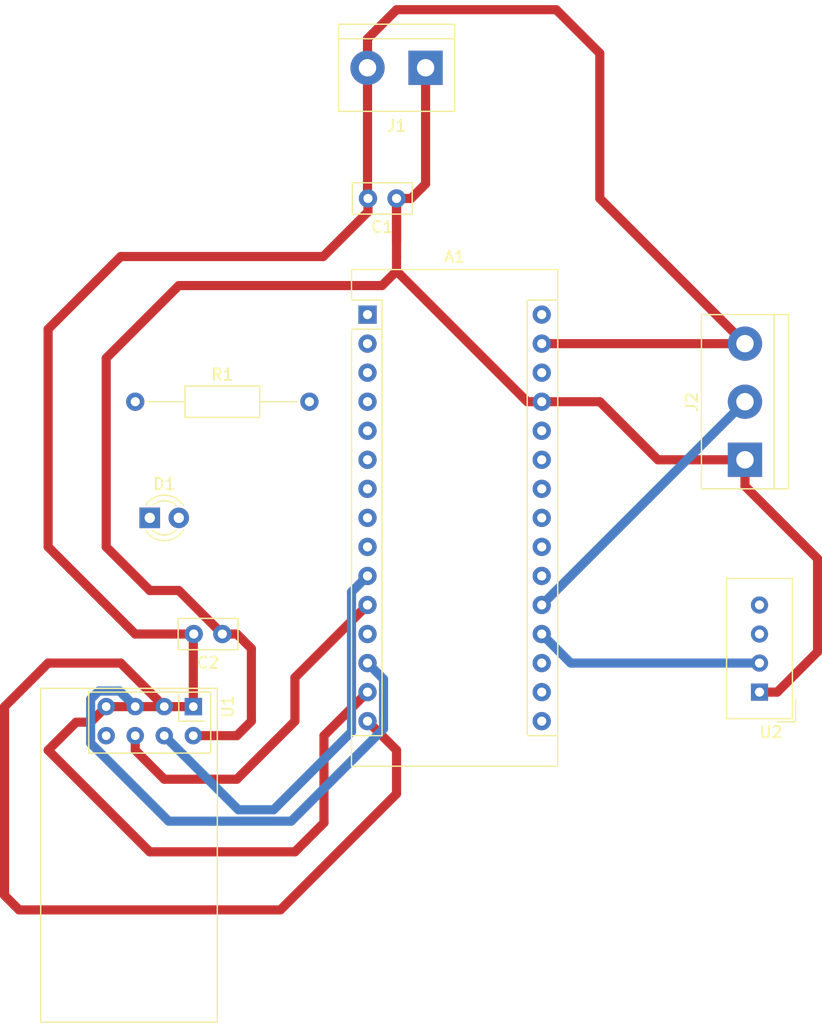
<source format=kicad_pcb>
(kicad_pcb (version 20171130) (host pcbnew "(5.1.2)-2")

  (general
    (thickness 1.6)
    (drawings 0)
    (tracks 90)
    (zones 0)
    (modules 9)
    (nets 37)
  )

  (page A4)
  (layers
    (0 F.Cu signal)
    (31 B.Cu signal)
    (32 B.Adhes user)
    (33 F.Adhes user)
    (34 B.Paste user)
    (35 F.Paste user)
    (36 B.SilkS user)
    (37 F.SilkS user)
    (38 B.Mask user)
    (39 F.Mask user)
    (40 Dwgs.User user)
    (41 Cmts.User user)
    (42 Eco1.User user)
    (43 Eco2.User user)
    (44 Edge.Cuts user)
    (45 Margin user)
    (46 B.CrtYd user)
    (47 F.CrtYd user)
    (48 B.Fab user)
    (49 F.Fab user)
  )

  (setup
    (last_trace_width 0.8)
    (user_trace_width 0.5)
    (user_trace_width 0.8)
    (user_trace_width 1)
    (trace_clearance 0.2)
    (zone_clearance 0.508)
    (zone_45_only no)
    (trace_min 0.2)
    (via_size 0.8)
    (via_drill 0.4)
    (via_min_size 0.4)
    (via_min_drill 0.3)
    (uvia_size 0.3)
    (uvia_drill 0.1)
    (uvias_allowed no)
    (uvia_min_size 0.2)
    (uvia_min_drill 0.1)
    (edge_width 0.1)
    (segment_width 0.2)
    (pcb_text_width 0.3)
    (pcb_text_size 1.5 1.5)
    (mod_edge_width 0.15)
    (mod_text_size 1 1)
    (mod_text_width 0.15)
    (pad_size 1.524 1.524)
    (pad_drill 0.762)
    (pad_to_mask_clearance 0)
    (aux_axis_origin 0 0)
    (visible_elements FFFFFF7F)
    (pcbplotparams
      (layerselection 0x010fc_ffffffff)
      (usegerberextensions false)
      (usegerberattributes false)
      (usegerberadvancedattributes false)
      (creategerberjobfile false)
      (excludeedgelayer true)
      (linewidth 0.100000)
      (plotframeref false)
      (viasonmask false)
      (mode 1)
      (useauxorigin false)
      (hpglpennumber 1)
      (hpglpenspeed 20)
      (hpglpendiameter 15.000000)
      (psnegative false)
      (psa4output false)
      (plotreference true)
      (plotvalue true)
      (plotinvisibletext false)
      (padsonsilk false)
      (subtractmaskfromsilk false)
      (outputformat 1)
      (mirror false)
      (drillshape 1)
      (scaleselection 1)
      (outputdirectory ""))
  )

  (net 0 "")
  (net 1 "Net-(A1-Pad16)")
  (net 2 "Net-(A1-Pad15)")
  (net 3 "Net-(A1-Pad30)")
  (net 4 "Net-(A1-Pad14)")
  (net 5 GND)
  (net 6 "Net-(A1-Pad13)")
  (net 7 "Net-(A1-Pad28)")
  (net 8 "Net-(A1-Pad12)")
  (net 9 +5V)
  (net 10 "Net-(A1-Pad11)")
  (net 11 "Net-(A1-Pad26)")
  (net 12 "Net-(A1-Pad10)")
  (net 13 "Net-(A1-Pad25)")
  (net 14 "Net-(A1-Pad9)")
  (net 15 "Net-(A1-Pad24)")
  (net 16 "Net-(A1-Pad8)")
  (net 17 "Net-(A1-Pad23)")
  (net 18 "Net-(A1-Pad7)")
  (net 19 "Net-(A1-Pad22)")
  (net 20 "Net-(A1-Pad6)")
  (net 21 "Net-(A1-Pad21)")
  (net 22 "Net-(A1-Pad5)")
  (net 23 "Net-(A1-Pad20)")
  (net 24 "Net-(A1-Pad19)")
  (net 25 "Net-(A1-Pad3)")
  (net 26 "Net-(A1-Pad18)")
  (net 27 "Net-(A1-Pad2)")
  (net 28 "Net-(A1-Pad17)")
  (net 29 "Net-(A1-Pad1)")
  (net 30 "Net-(D1-Pad1)")
  (net 31 "Net-(U1-Pad8)")
  (net 32 "Net-(U2-Pad3)")
  (net 33 "Net-(A1-Pad29)")
  (net 34 "Net-(A1-Pad4)")
  (net 35 "Net-(U2-Pad2)")
  (net 36 "Net-(U2-Pad4)")

  (net_class Default "This is the default net class."
    (clearance 0.2)
    (trace_width 0.25)
    (via_dia 0.8)
    (via_drill 0.4)
    (uvia_dia 0.3)
    (uvia_drill 0.1)
    (add_net +5V)
    (add_net GND)
    (add_net "Net-(A1-Pad1)")
    (add_net "Net-(A1-Pad10)")
    (add_net "Net-(A1-Pad11)")
    (add_net "Net-(A1-Pad12)")
    (add_net "Net-(A1-Pad13)")
    (add_net "Net-(A1-Pad14)")
    (add_net "Net-(A1-Pad15)")
    (add_net "Net-(A1-Pad16)")
    (add_net "Net-(A1-Pad17)")
    (add_net "Net-(A1-Pad18)")
    (add_net "Net-(A1-Pad19)")
    (add_net "Net-(A1-Pad2)")
    (add_net "Net-(A1-Pad20)")
    (add_net "Net-(A1-Pad21)")
    (add_net "Net-(A1-Pad22)")
    (add_net "Net-(A1-Pad23)")
    (add_net "Net-(A1-Pad24)")
    (add_net "Net-(A1-Pad25)")
    (add_net "Net-(A1-Pad26)")
    (add_net "Net-(A1-Pad28)")
    (add_net "Net-(A1-Pad29)")
    (add_net "Net-(A1-Pad3)")
    (add_net "Net-(A1-Pad30)")
    (add_net "Net-(A1-Pad4)")
    (add_net "Net-(A1-Pad5)")
    (add_net "Net-(A1-Pad6)")
    (add_net "Net-(A1-Pad7)")
    (add_net "Net-(A1-Pad8)")
    (add_net "Net-(A1-Pad9)")
    (add_net "Net-(D1-Pad1)")
    (add_net "Net-(U1-Pad8)")
    (add_net "Net-(U2-Pad2)")
    (add_net "Net-(U2-Pad3)")
    (add_net "Net-(U2-Pad4)")
  )

  (net_class Power ""
    (clearance 0.2)
    (trace_width 0.8)
    (via_dia 0.8)
    (via_drill 0.4)
    (uvia_dia 0.3)
    (uvia_drill 0.1)
  )

  (module Sensor:Aosong_DHT11_5.5x12.0_P2.54mm (layer F.Cu) (tedit 5C4B60CF) (tstamp 5D2A7FFB)
    (at 144.78 110.49 180)
    (descr "Temperature and humidity module, http://akizukidenshi.com/download/ds/aosong/DHT11.pdf")
    (tags "Temperature and humidity module")
    (path /5D2BE7D6)
    (fp_text reference U2 (at -1 -3.5) (layer F.SilkS)
      (effects (font (size 1 1) (thickness 0.15)))
    )
    (fp_text value DHT11 (at 0 11.3) (layer F.Fab)
      (effects (font (size 1 1) (thickness 0.15)))
    )
    (fp_line (start -3.16 -2.6) (end -1.55 -2.6) (layer F.SilkS) (width 0.12))
    (fp_line (start -3.16 -2.6) (end -3.16 -0.6) (layer F.SilkS) (width 0.12))
    (fp_line (start -2.75 -1.19) (end -1.75 -2.19) (layer F.Fab) (width 0.1))
    (fp_line (start -3 10.06) (end -3 -2.44) (layer F.CrtYd) (width 0.05))
    (fp_line (start 3 10.06) (end -3 10.06) (layer F.CrtYd) (width 0.05))
    (fp_line (start 3 -2.44) (end 3 10.06) (layer F.CrtYd) (width 0.05))
    (fp_line (start -3 -2.44) (end 3 -2.44) (layer F.CrtYd) (width 0.05))
    (fp_text user %R (at 0 3.81 90) (layer F.Fab)
      (effects (font (size 1 1) (thickness 0.15)))
    )
    (fp_line (start -2.88 9.94) (end -2.88 -2.31) (layer F.SilkS) (width 0.12))
    (fp_line (start 2.88 9.94) (end -2.88 9.94) (layer F.SilkS) (width 0.12))
    (fp_line (start 2.88 -2.32) (end 2.88 9.94) (layer F.SilkS) (width 0.12))
    (fp_line (start -2.87 -2.32) (end 2.87 -2.32) (layer F.SilkS) (width 0.12))
    (fp_line (start -2.75 -1.19) (end -2.75 9.81) (layer F.Fab) (width 0.1))
    (fp_line (start 2.75 9.81) (end -2.75 9.81) (layer F.Fab) (width 0.1))
    (fp_line (start 2.75 -2.19) (end 2.75 9.81) (layer F.Fab) (width 0.1))
    (fp_line (start -1.75 -2.19) (end 2.75 -2.19) (layer F.Fab) (width 0.1))
    (pad 4 thru_hole circle (at 0 7.62 180) (size 1.5 1.5) (drill 0.8) (layers *.Cu *.Mask)
      (net 36 "Net-(U2-Pad4)"))
    (pad 3 thru_hole circle (at 0 5.08 180) (size 1.5 1.5) (drill 0.8) (layers *.Cu *.Mask)
      (net 32 "Net-(U2-Pad3)"))
    (pad 2 thru_hole circle (at 0 2.54 180) (size 1.5 1.5) (drill 0.8) (layers *.Cu *.Mask)
      (net 35 "Net-(U2-Pad2)"))
    (pad 1 thru_hole rect (at 0 0 180) (size 1.5 1.5) (drill 0.8) (layers *.Cu *.Mask)
      (net 9 +5V))
    (model ${KISYS3DMOD}/Sensor.3dshapes/Aosong_DHT11_5.5x12.0_P2.54mm.wrl
      (at (xyz 0 0 0))
      (scale (xyz 1 1 1))
      (rotate (xyz 0 0 0))
    )
  )

  (module RF_Module:nRF24L01_Breakout (layer F.Cu) (tedit 5A056C61) (tstamp 5D2A7FE3)
    (at 95.25 111.76 270)
    (descr "nRF24L01 breakout board")
    (tags "nRF24L01 adapter breakout")
    (path /5D24E31C)
    (fp_text reference U1 (at 0 -3 90) (layer F.SilkS)
      (effects (font (size 1 1) (thickness 0.15)))
    )
    (fp_text value NRF24L01_Breakout (at 13 5 90) (layer F.Fab)
      (effects (font (size 1 1) (thickness 0.15)))
    )
    (fp_text user %R (at 12.5 2.5 90) (layer F.Fab)
      (effects (font (size 1 1) (thickness 0.15)))
    )
    (fp_line (start 27.75 -2.25) (end 27.75 -2.25) (layer F.CrtYd) (width 0.05))
    (fp_line (start 27.75 13.5) (end 27.75 -2.25) (layer F.CrtYd) (width 0.05))
    (fp_line (start -1.75 13.5) (end 27.75 13.5) (layer F.CrtYd) (width 0.05))
    (fp_line (start -1.75 -2.25) (end -1.75 13.5) (layer F.CrtYd) (width 0.05))
    (fp_line (start 27.75 -2.25) (end -1.75 -2.25) (layer F.CrtYd) (width 0.05))
    (fp_line (start -1.27 -1.524) (end -1.27 -1.524) (layer F.SilkS) (width 0.12))
    (fp_line (start -1.27 9.144) (end -1.27 -1.524) (layer F.SilkS) (width 0.12))
    (fp_line (start -1.6 -2.1) (end -1.6 -2.1) (layer F.SilkS) (width 0.12))
    (fp_line (start -1.6 13.35) (end -1.6 -2.1) (layer F.SilkS) (width 0.12))
    (fp_line (start 27.6 13.35) (end -1.6 13.35) (layer F.SilkS) (width 0.12))
    (fp_line (start 27.6 -2.1) (end 27.6 13.35) (layer F.SilkS) (width 0.12))
    (fp_line (start -1.6 -2.1) (end 27.6 -2.1) (layer F.SilkS) (width 0.12))
    (fp_line (start -1.016 1.27) (end -1.016 1.27) (layer F.SilkS) (width 0.12))
    (fp_line (start 1.27 1.27) (end -1.016 1.27) (layer F.SilkS) (width 0.12))
    (fp_line (start 1.27 -1.016) (end 1.27 1.27) (layer F.SilkS) (width 0.12))
    (fp_line (start -1.27 9.144) (end -1.27 9.144) (layer F.SilkS) (width 0.12))
    (fp_line (start 4.064 9.144) (end -1.27 9.144) (layer F.SilkS) (width 0.12))
    (fp_line (start 4.064 -1.524) (end 4.064 9.144) (layer F.SilkS) (width 0.12))
    (fp_line (start -1.27 -1.524) (end 4.064 -1.524) (layer F.SilkS) (width 0.12))
    (fp_line (start -1.27 -1.27) (end -1.27 -1.27) (layer F.Fab) (width 0.1))
    (fp_line (start -1.27 8.89) (end -1.27 -1.27) (layer F.Fab) (width 0.1))
    (fp_line (start 3.81 8.89) (end -1.27 8.89) (layer F.Fab) (width 0.1))
    (fp_line (start 3.81 -1.27) (end 3.81 8.89) (layer F.Fab) (width 0.1))
    (fp_line (start -1.27 -1.27) (end 3.81 -1.27) (layer F.Fab) (width 0.1))
    (fp_line (start -1.5 -2) (end -1.5 -2) (layer F.Fab) (width 0.1))
    (fp_line (start -1.5 13.25) (end -1.5 -2) (layer F.Fab) (width 0.1))
    (fp_line (start 27.5 13.25) (end -1.5 13.25) (layer F.Fab) (width 0.1))
    (fp_line (start 27.5 -2) (end 27.5 13.25) (layer F.Fab) (width 0.1))
    (fp_line (start -1.5 -2) (end 27.5 -2) (layer F.Fab) (width 0.1))
    (pad 8 thru_hole circle (at 2.54 7.62 270) (size 1.524 1.524) (drill 0.762) (layers *.Cu *.Mask)
      (net 31 "Net-(U1-Pad8)"))
    (pad 7 thru_hole circle (at 0 7.62 270) (size 1.524 1.524) (drill 0.762) (layers *.Cu *.Mask)
      (net 4 "Net-(A1-Pad14)"))
    (pad 6 thru_hole circle (at 2.54 5.08 270) (size 1.524 1.524) (drill 0.762) (layers *.Cu *.Mask)
      (net 10 "Net-(A1-Pad11)"))
    (pad 5 thru_hole circle (at 0 5.08 270) (size 1.524 1.524) (drill 0.762) (layers *.Cu *.Mask)
      (net 6 "Net-(A1-Pad13)"))
    (pad 4 thru_hole circle (at 2.54 2.54 270) (size 1.524 1.524) (drill 0.762) (layers *.Cu *.Mask)
      (net 12 "Net-(A1-Pad10)"))
    (pad 3 thru_hole circle (at 0 2.54 270) (size 1.524 1.524) (drill 0.762) (layers *.Cu *.Mask)
      (net 2 "Net-(A1-Pad15)"))
    (pad 2 thru_hole circle (at 2.54 0 270) (size 1.524 1.524) (drill 0.762) (layers *.Cu *.Mask)
      (net 9 +5V))
    (pad 1 thru_hole rect (at 0 0 270) (size 1.524 1.524) (drill 0.762) (layers *.Cu *.Mask)
      (net 5 GND))
    (model ${KISYS3DMOD}/RF_Module.3dshapes/nRF24L01_Breakout.wrl
      (at (xyz 0 0 0))
      (scale (xyz 1 1 1))
      (rotate (xyz 0 0 0))
    )
  )

  (module Resistor_THT:R_Axial_DIN0207_L6.3mm_D2.5mm_P15.24mm_Horizontal (layer F.Cu) (tedit 5AE5139B) (tstamp 5D2A7FB9)
    (at 90.17 85.09)
    (descr "Resistor, Axial_DIN0207 series, Axial, Horizontal, pin pitch=15.24mm, 0.25W = 1/4W, length*diameter=6.3*2.5mm^2, http://cdn-reichelt.de/documents/datenblatt/B400/1_4W%23YAG.pdf")
    (tags "Resistor Axial_DIN0207 series Axial Horizontal pin pitch 15.24mm 0.25W = 1/4W length 6.3mm diameter 2.5mm")
    (path /5D256831)
    (fp_text reference R1 (at 7.62 -2.37) (layer F.SilkS)
      (effects (font (size 1 1) (thickness 0.15)))
    )
    (fp_text value R10K (at 7.62 2.37) (layer F.Fab)
      (effects (font (size 1 1) (thickness 0.15)))
    )
    (fp_text user %R (at 7.62 0) (layer F.Fab)
      (effects (font (size 1 1) (thickness 0.15)))
    )
    (fp_line (start 16.29 -1.5) (end -1.05 -1.5) (layer F.CrtYd) (width 0.05))
    (fp_line (start 16.29 1.5) (end 16.29 -1.5) (layer F.CrtYd) (width 0.05))
    (fp_line (start -1.05 1.5) (end 16.29 1.5) (layer F.CrtYd) (width 0.05))
    (fp_line (start -1.05 -1.5) (end -1.05 1.5) (layer F.CrtYd) (width 0.05))
    (fp_line (start 14.2 0) (end 10.89 0) (layer F.SilkS) (width 0.12))
    (fp_line (start 1.04 0) (end 4.35 0) (layer F.SilkS) (width 0.12))
    (fp_line (start 10.89 -1.37) (end 4.35 -1.37) (layer F.SilkS) (width 0.12))
    (fp_line (start 10.89 1.37) (end 10.89 -1.37) (layer F.SilkS) (width 0.12))
    (fp_line (start 4.35 1.37) (end 10.89 1.37) (layer F.SilkS) (width 0.12))
    (fp_line (start 4.35 -1.37) (end 4.35 1.37) (layer F.SilkS) (width 0.12))
    (fp_line (start 15.24 0) (end 10.77 0) (layer F.Fab) (width 0.1))
    (fp_line (start 0 0) (end 4.47 0) (layer F.Fab) (width 0.1))
    (fp_line (start 10.77 -1.25) (end 4.47 -1.25) (layer F.Fab) (width 0.1))
    (fp_line (start 10.77 1.25) (end 10.77 -1.25) (layer F.Fab) (width 0.1))
    (fp_line (start 4.47 1.25) (end 10.77 1.25) (layer F.Fab) (width 0.1))
    (fp_line (start 4.47 -1.25) (end 4.47 1.25) (layer F.Fab) (width 0.1))
    (pad 2 thru_hole oval (at 15.24 0) (size 1.6 1.6) (drill 0.8) (layers *.Cu *.Mask)
      (net 5 GND))
    (pad 1 thru_hole circle (at 0 0) (size 1.6 1.6) (drill 0.8) (layers *.Cu *.Mask)
      (net 30 "Net-(D1-Pad1)"))
    (model ${KISYS3DMOD}/Resistor_THT.3dshapes/R_Axial_DIN0207_L6.3mm_D2.5mm_P15.24mm_Horizontal.wrl
      (at (xyz 0 0 0))
      (scale (xyz 1 1 1))
      (rotate (xyz 0 0 0))
    )
  )

  (module TerminalBlock:TerminalBlock_bornier-3_P5.08mm (layer F.Cu) (tedit 59FF03B9) (tstamp 5D2A7FA2)
    (at 143.51 90.17 90)
    (descr "simple 3-pin terminal block, pitch 5.08mm, revamped version of bornier3")
    (tags "terminal block bornier3")
    (path /5D2CB9EB)
    (fp_text reference J2 (at 5.05 -4.65 90) (layer F.SilkS)
      (effects (font (size 1 1) (thickness 0.15)))
    )
    (fp_text value Screw_Terminal_01x03 (at 5.08 5.08 90) (layer F.Fab)
      (effects (font (size 1 1) (thickness 0.15)))
    )
    (fp_line (start 12.88 4) (end -2.72 4) (layer F.CrtYd) (width 0.05))
    (fp_line (start 12.88 4) (end 12.88 -4) (layer F.CrtYd) (width 0.05))
    (fp_line (start -2.72 -4) (end -2.72 4) (layer F.CrtYd) (width 0.05))
    (fp_line (start -2.72 -4) (end 12.88 -4) (layer F.CrtYd) (width 0.05))
    (fp_line (start -2.54 3.81) (end 12.7 3.81) (layer F.SilkS) (width 0.12))
    (fp_line (start -2.54 -3.81) (end 12.7 -3.81) (layer F.SilkS) (width 0.12))
    (fp_line (start -2.54 2.54) (end 12.7 2.54) (layer F.SilkS) (width 0.12))
    (fp_line (start 12.7 3.81) (end 12.7 -3.81) (layer F.SilkS) (width 0.12))
    (fp_line (start -2.54 3.81) (end -2.54 -3.81) (layer F.SilkS) (width 0.12))
    (fp_line (start -2.47 3.75) (end -2.47 -3.75) (layer F.Fab) (width 0.1))
    (fp_line (start 12.63 3.75) (end -2.47 3.75) (layer F.Fab) (width 0.1))
    (fp_line (start 12.63 -3.75) (end 12.63 3.75) (layer F.Fab) (width 0.1))
    (fp_line (start -2.47 -3.75) (end 12.63 -3.75) (layer F.Fab) (width 0.1))
    (fp_line (start -2.47 2.55) (end 12.63 2.55) (layer F.Fab) (width 0.1))
    (fp_text user %R (at 5.08 0 90) (layer F.Fab)
      (effects (font (size 1 1) (thickness 0.15)))
    )
    (pad 3 thru_hole circle (at 10.16 0 90) (size 3 3) (drill 1.52) (layers *.Cu *.Mask)
      (net 5 GND))
    (pad 2 thru_hole circle (at 5.08 0 90) (size 3 3) (drill 1.52) (layers *.Cu *.Mask)
      (net 23 "Net-(A1-Pad20)"))
    (pad 1 thru_hole rect (at 0 0 90) (size 3 3) (drill 1.52) (layers *.Cu *.Mask)
      (net 9 +5V))
    (model ${KISYS3DMOD}/TerminalBlock.3dshapes/TerminalBlock_bornier-3_P5.08mm.wrl
      (offset (xyz 5.079999923706055 0 0))
      (scale (xyz 1 1 1))
      (rotate (xyz 0 0 0))
    )
  )

  (module TerminalBlock:TerminalBlock_bornier-2_P5.08mm (layer F.Cu) (tedit 59FF03AB) (tstamp 5D2A7F8C)
    (at 115.57 55.88 180)
    (descr "simple 2-pin terminal block, pitch 5.08mm, revamped version of bornier2")
    (tags "terminal block bornier2")
    (path /5D29E49A)
    (fp_text reference J1 (at 2.54 -5.08) (layer F.SilkS)
      (effects (font (size 1 1) (thickness 0.15)))
    )
    (fp_text value Screw_Terminal_01x02 (at 2.54 5.08) (layer F.Fab)
      (effects (font (size 1 1) (thickness 0.15)))
    )
    (fp_line (start 7.79 4) (end -2.71 4) (layer F.CrtYd) (width 0.05))
    (fp_line (start 7.79 4) (end 7.79 -4) (layer F.CrtYd) (width 0.05))
    (fp_line (start -2.71 -4) (end -2.71 4) (layer F.CrtYd) (width 0.05))
    (fp_line (start -2.71 -4) (end 7.79 -4) (layer F.CrtYd) (width 0.05))
    (fp_line (start -2.54 3.81) (end 7.62 3.81) (layer F.SilkS) (width 0.12))
    (fp_line (start -2.54 -3.81) (end -2.54 3.81) (layer F.SilkS) (width 0.12))
    (fp_line (start 7.62 -3.81) (end -2.54 -3.81) (layer F.SilkS) (width 0.12))
    (fp_line (start 7.62 3.81) (end 7.62 -3.81) (layer F.SilkS) (width 0.12))
    (fp_line (start 7.62 2.54) (end -2.54 2.54) (layer F.SilkS) (width 0.12))
    (fp_line (start 7.54 -3.75) (end -2.46 -3.75) (layer F.Fab) (width 0.1))
    (fp_line (start 7.54 3.75) (end 7.54 -3.75) (layer F.Fab) (width 0.1))
    (fp_line (start -2.46 3.75) (end 7.54 3.75) (layer F.Fab) (width 0.1))
    (fp_line (start -2.46 -3.75) (end -2.46 3.75) (layer F.Fab) (width 0.1))
    (fp_line (start -2.41 2.55) (end 7.49 2.55) (layer F.Fab) (width 0.1))
    (fp_text user %R (at 2.54 0) (layer F.Fab)
      (effects (font (size 1 1) (thickness 0.15)))
    )
    (pad 2 thru_hole circle (at 5.08 0 180) (size 3 3) (drill 1.52) (layers *.Cu *.Mask)
      (net 5 GND))
    (pad 1 thru_hole rect (at 0 0 180) (size 3 3) (drill 1.52) (layers *.Cu *.Mask)
      (net 9 +5V))
    (model ${KISYS3DMOD}/TerminalBlock.3dshapes/TerminalBlock_bornier-2_P5.08mm.wrl
      (offset (xyz 2.539999961853027 0 0))
      (scale (xyz 1 1 1))
      (rotate (xyz 0 0 0))
    )
  )

  (module LED_THT:LED_D3.0mm_Clear (layer F.Cu) (tedit 5A6C9BC0) (tstamp 5D2A7F77)
    (at 91.44 95.25)
    (descr "IR-LED, diameter 3.0mm, 2 pins, color: clear")
    (tags "IR infrared LED diameter 3.0mm 2 pins clear")
    (path /5D25A7DD)
    (fp_text reference D1 (at 1.27 -2.96) (layer F.SilkS)
      (effects (font (size 1 1) (thickness 0.15)))
    )
    (fp_text value LED (at 1.27 2.96) (layer F.Fab)
      (effects (font (size 1 1) (thickness 0.15)))
    )
    (fp_arc (start 1.27 0) (end 0.229039 1.08) (angle -87.9) (layer F.SilkS) (width 0.12))
    (fp_arc (start 1.27 0) (end 0.229039 -1.08) (angle 87.9) (layer F.SilkS) (width 0.12))
    (fp_arc (start 1.27 0) (end -0.29 1.235516) (angle -108.8) (layer F.SilkS) (width 0.12))
    (fp_arc (start 1.27 0) (end -0.29 -1.235516) (angle 108.8) (layer F.SilkS) (width 0.12))
    (fp_arc (start 1.27 0) (end -0.23 -1.16619) (angle 284.3) (layer F.Fab) (width 0.1))
    (fp_circle (center 1.27 0) (end 2.77 0) (layer F.Fab) (width 0.1))
    (fp_line (start 3.7 -2.25) (end -1.15 -2.25) (layer F.CrtYd) (width 0.05))
    (fp_line (start 3.7 2.25) (end 3.7 -2.25) (layer F.CrtYd) (width 0.05))
    (fp_line (start -1.15 2.25) (end 3.7 2.25) (layer F.CrtYd) (width 0.05))
    (fp_line (start -1.15 -2.25) (end -1.15 2.25) (layer F.CrtYd) (width 0.05))
    (fp_line (start -0.29 1.08) (end -0.29 1.236) (layer F.SilkS) (width 0.12))
    (fp_line (start -0.29 -1.236) (end -0.29 -1.08) (layer F.SilkS) (width 0.12))
    (fp_line (start -0.23 -1.16619) (end -0.23 1.16619) (layer F.Fab) (width 0.1))
    (fp_text user %R (at 1.47 0) (layer F.Fab)
      (effects (font (size 0.8 0.8) (thickness 0.12)))
    )
    (pad 2 thru_hole circle (at 2.54 0) (size 1.8 1.8) (drill 0.9) (layers *.Cu *.Mask)
      (net 16 "Net-(A1-Pad8)"))
    (pad 1 thru_hole rect (at 0 0) (size 1.8 1.8) (drill 0.9) (layers *.Cu *.Mask)
      (net 30 "Net-(D1-Pad1)"))
    (model ${KISYS3DMOD}/LED_THT.3dshapes/LED_D3.0mm_Clear.wrl
      (at (xyz 0 0 0))
      (scale (xyz 1 1 1))
      (rotate (xyz 0 0 0))
    )
  )

  (module Capacitor_THT:C_Disc_D5.0mm_W2.5mm_P2.50mm (layer F.Cu) (tedit 5AE50EF0) (tstamp 5D2A7F63)
    (at 97.79 105.41 180)
    (descr "C, Disc series, Radial, pin pitch=2.50mm, , diameter*width=5*2.5mm^2, Capacitor, http://cdn-reichelt.de/documents/datenblatt/B300/DS_KERKO_TC.pdf")
    (tags "C Disc series Radial pin pitch 2.50mm  diameter 5mm width 2.5mm Capacitor")
    (path /5D2DD399)
    (fp_text reference C2 (at 1.25 -2.5) (layer F.SilkS)
      (effects (font (size 1 1) (thickness 0.15)))
    )
    (fp_text value 10uf (at 1.25 2.5) (layer F.Fab)
      (effects (font (size 1 1) (thickness 0.15)))
    )
    (fp_text user %R (at 1.25 0) (layer F.Fab)
      (effects (font (size 1 1) (thickness 0.15)))
    )
    (fp_line (start 4 -1.5) (end -1.5 -1.5) (layer F.CrtYd) (width 0.05))
    (fp_line (start 4 1.5) (end 4 -1.5) (layer F.CrtYd) (width 0.05))
    (fp_line (start -1.5 1.5) (end 4 1.5) (layer F.CrtYd) (width 0.05))
    (fp_line (start -1.5 -1.5) (end -1.5 1.5) (layer F.CrtYd) (width 0.05))
    (fp_line (start 3.87 -1.37) (end 3.87 1.37) (layer F.SilkS) (width 0.12))
    (fp_line (start -1.37 -1.37) (end -1.37 1.37) (layer F.SilkS) (width 0.12))
    (fp_line (start -1.37 1.37) (end 3.87 1.37) (layer F.SilkS) (width 0.12))
    (fp_line (start -1.37 -1.37) (end 3.87 -1.37) (layer F.SilkS) (width 0.12))
    (fp_line (start 3.75 -1.25) (end -1.25 -1.25) (layer F.Fab) (width 0.1))
    (fp_line (start 3.75 1.25) (end 3.75 -1.25) (layer F.Fab) (width 0.1))
    (fp_line (start -1.25 1.25) (end 3.75 1.25) (layer F.Fab) (width 0.1))
    (fp_line (start -1.25 -1.25) (end -1.25 1.25) (layer F.Fab) (width 0.1))
    (pad 2 thru_hole circle (at 2.5 0 180) (size 1.6 1.6) (drill 0.8) (layers *.Cu *.Mask)
      (net 5 GND))
    (pad 1 thru_hole circle (at 0 0 180) (size 1.6 1.6) (drill 0.8) (layers *.Cu *.Mask)
      (net 9 +5V))
    (model ${KISYS3DMOD}/Capacitor_THT.3dshapes/C_Disc_D5.0mm_W2.5mm_P2.50mm.wrl
      (at (xyz 0 0 0))
      (scale (xyz 1 1 1))
      (rotate (xyz 0 0 0))
    )
  )

  (module Capacitor_THT:C_Disc_D5.0mm_W2.5mm_P2.50mm (layer F.Cu) (tedit 5AE50EF0) (tstamp 5D2A7F50)
    (at 113.03 67.31 180)
    (descr "C, Disc series, Radial, pin pitch=2.50mm, , diameter*width=5*2.5mm^2, Capacitor, http://cdn-reichelt.de/documents/datenblatt/B300/DS_KERKO_TC.pdf")
    (tags "C Disc series Radial pin pitch 2.50mm  diameter 5mm width 2.5mm Capacitor")
    (path /5D2A488E)
    (fp_text reference C1 (at 1.25 -2.5) (layer F.SilkS)
      (effects (font (size 1 1) (thickness 0.15)))
    )
    (fp_text value C (at 1.25 2.5) (layer F.Fab)
      (effects (font (size 1 1) (thickness 0.15)))
    )
    (fp_text user %R (at 1.25 0) (layer F.Fab)
      (effects (font (size 1 1) (thickness 0.15)))
    )
    (fp_line (start 4 -1.5) (end -1.5 -1.5) (layer F.CrtYd) (width 0.05))
    (fp_line (start 4 1.5) (end 4 -1.5) (layer F.CrtYd) (width 0.05))
    (fp_line (start -1.5 1.5) (end 4 1.5) (layer F.CrtYd) (width 0.05))
    (fp_line (start -1.5 -1.5) (end -1.5 1.5) (layer F.CrtYd) (width 0.05))
    (fp_line (start 3.87 -1.37) (end 3.87 1.37) (layer F.SilkS) (width 0.12))
    (fp_line (start -1.37 -1.37) (end -1.37 1.37) (layer F.SilkS) (width 0.12))
    (fp_line (start -1.37 1.37) (end 3.87 1.37) (layer F.SilkS) (width 0.12))
    (fp_line (start -1.37 -1.37) (end 3.87 -1.37) (layer F.SilkS) (width 0.12))
    (fp_line (start 3.75 -1.25) (end -1.25 -1.25) (layer F.Fab) (width 0.1))
    (fp_line (start 3.75 1.25) (end 3.75 -1.25) (layer F.Fab) (width 0.1))
    (fp_line (start -1.25 1.25) (end 3.75 1.25) (layer F.Fab) (width 0.1))
    (fp_line (start -1.25 -1.25) (end -1.25 1.25) (layer F.Fab) (width 0.1))
    (pad 2 thru_hole circle (at 2.5 0 180) (size 1.6 1.6) (drill 0.8) (layers *.Cu *.Mask)
      (net 5 GND))
    (pad 1 thru_hole circle (at 0 0 180) (size 1.6 1.6) (drill 0.8) (layers *.Cu *.Mask)
      (net 9 +5V))
    (model ${KISYS3DMOD}/Capacitor_THT.3dshapes/C_Disc_D5.0mm_W2.5mm_P2.50mm.wrl
      (at (xyz 0 0 0))
      (scale (xyz 1 1 1))
      (rotate (xyz 0 0 0))
    )
  )

  (module Module:Arduino_Nano (layer F.Cu) (tedit 58ACAF70) (tstamp 5D2A7F3D)
    (at 110.49 77.47)
    (descr "Arduino Nano, http://www.mouser.com/pdfdocs/Gravitech_Arduino_Nano3_0.pdf")
    (tags "Arduino Nano")
    (path /5D224824)
    (fp_text reference A1 (at 7.62 -5.08) (layer F.SilkS)
      (effects (font (size 1 1) (thickness 0.15)))
    )
    (fp_text value Arduino_Nano_v2.x (at 8.89 19.05 90) (layer F.Fab)
      (effects (font (size 1 1) (thickness 0.15)))
    )
    (fp_line (start 16.75 42.16) (end -1.53 42.16) (layer F.CrtYd) (width 0.05))
    (fp_line (start 16.75 42.16) (end 16.75 -4.06) (layer F.CrtYd) (width 0.05))
    (fp_line (start -1.53 -4.06) (end -1.53 42.16) (layer F.CrtYd) (width 0.05))
    (fp_line (start -1.53 -4.06) (end 16.75 -4.06) (layer F.CrtYd) (width 0.05))
    (fp_line (start 16.51 -3.81) (end 16.51 39.37) (layer F.Fab) (width 0.1))
    (fp_line (start 0 -3.81) (end 16.51 -3.81) (layer F.Fab) (width 0.1))
    (fp_line (start -1.27 -2.54) (end 0 -3.81) (layer F.Fab) (width 0.1))
    (fp_line (start -1.27 39.37) (end -1.27 -2.54) (layer F.Fab) (width 0.1))
    (fp_line (start 16.51 39.37) (end -1.27 39.37) (layer F.Fab) (width 0.1))
    (fp_line (start 16.64 -3.94) (end -1.4 -3.94) (layer F.SilkS) (width 0.12))
    (fp_line (start 16.64 39.5) (end 16.64 -3.94) (layer F.SilkS) (width 0.12))
    (fp_line (start -1.4 39.5) (end 16.64 39.5) (layer F.SilkS) (width 0.12))
    (fp_line (start 3.81 41.91) (end 3.81 31.75) (layer F.Fab) (width 0.1))
    (fp_line (start 11.43 41.91) (end 3.81 41.91) (layer F.Fab) (width 0.1))
    (fp_line (start 11.43 31.75) (end 11.43 41.91) (layer F.Fab) (width 0.1))
    (fp_line (start 3.81 31.75) (end 11.43 31.75) (layer F.Fab) (width 0.1))
    (fp_line (start 1.27 36.83) (end -1.4 36.83) (layer F.SilkS) (width 0.12))
    (fp_line (start 1.27 1.27) (end 1.27 36.83) (layer F.SilkS) (width 0.12))
    (fp_line (start 1.27 1.27) (end -1.4 1.27) (layer F.SilkS) (width 0.12))
    (fp_line (start 13.97 36.83) (end 16.64 36.83) (layer F.SilkS) (width 0.12))
    (fp_line (start 13.97 -1.27) (end 13.97 36.83) (layer F.SilkS) (width 0.12))
    (fp_line (start 13.97 -1.27) (end 16.64 -1.27) (layer F.SilkS) (width 0.12))
    (fp_line (start -1.4 -3.94) (end -1.4 -1.27) (layer F.SilkS) (width 0.12))
    (fp_line (start -1.4 1.27) (end -1.4 39.5) (layer F.SilkS) (width 0.12))
    (fp_line (start 1.27 -1.27) (end -1.4 -1.27) (layer F.SilkS) (width 0.12))
    (fp_line (start 1.27 1.27) (end 1.27 -1.27) (layer F.SilkS) (width 0.12))
    (fp_text user %R (at 6.35 19.05 90) (layer F.Fab)
      (effects (font (size 1 1) (thickness 0.15)))
    )
    (pad 16 thru_hole oval (at 15.24 35.56) (size 1.6 1.6) (drill 0.8) (layers *.Cu *.Mask)
      (net 1 "Net-(A1-Pad16)"))
    (pad 15 thru_hole oval (at 0 35.56) (size 1.6 1.6) (drill 0.8) (layers *.Cu *.Mask)
      (net 2 "Net-(A1-Pad15)"))
    (pad 30 thru_hole oval (at 15.24 0) (size 1.6 1.6) (drill 0.8) (layers *.Cu *.Mask)
      (net 3 "Net-(A1-Pad30)"))
    (pad 14 thru_hole oval (at 0 33.02) (size 1.6 1.6) (drill 0.8) (layers *.Cu *.Mask)
      (net 4 "Net-(A1-Pad14)"))
    (pad 29 thru_hole oval (at 15.24 2.54) (size 1.6 1.6) (drill 0.8) (layers *.Cu *.Mask)
      (net 33 "Net-(A1-Pad29)"))
    (pad 13 thru_hole oval (at 0 30.48) (size 1.6 1.6) (drill 0.8) (layers *.Cu *.Mask)
      (net 6 "Net-(A1-Pad13)"))
    (pad 28 thru_hole oval (at 15.24 5.08) (size 1.6 1.6) (drill 0.8) (layers *.Cu *.Mask)
      (net 7 "Net-(A1-Pad28)"))
    (pad 12 thru_hole oval (at 0 27.94) (size 1.6 1.6) (drill 0.8) (layers *.Cu *.Mask)
      (net 8 "Net-(A1-Pad12)"))
    (pad 27 thru_hole oval (at 15.24 7.62) (size 1.6 1.6) (drill 0.8) (layers *.Cu *.Mask)
      (net 9 +5V))
    (pad 11 thru_hole oval (at 0 25.4) (size 1.6 1.6) (drill 0.8) (layers *.Cu *.Mask)
      (net 10 "Net-(A1-Pad11)"))
    (pad 26 thru_hole oval (at 15.24 10.16) (size 1.6 1.6) (drill 0.8) (layers *.Cu *.Mask)
      (net 11 "Net-(A1-Pad26)"))
    (pad 10 thru_hole oval (at 0 22.86) (size 1.6 1.6) (drill 0.8) (layers *.Cu *.Mask)
      (net 12 "Net-(A1-Pad10)"))
    (pad 25 thru_hole oval (at 15.24 12.7) (size 1.6 1.6) (drill 0.8) (layers *.Cu *.Mask)
      (net 13 "Net-(A1-Pad25)"))
    (pad 9 thru_hole oval (at 0 20.32) (size 1.6 1.6) (drill 0.8) (layers *.Cu *.Mask)
      (net 14 "Net-(A1-Pad9)"))
    (pad 24 thru_hole oval (at 15.24 15.24) (size 1.6 1.6) (drill 0.8) (layers *.Cu *.Mask)
      (net 15 "Net-(A1-Pad24)"))
    (pad 8 thru_hole oval (at 0 17.78) (size 1.6 1.6) (drill 0.8) (layers *.Cu *.Mask)
      (net 16 "Net-(A1-Pad8)"))
    (pad 23 thru_hole oval (at 15.24 17.78) (size 1.6 1.6) (drill 0.8) (layers *.Cu *.Mask)
      (net 17 "Net-(A1-Pad23)"))
    (pad 7 thru_hole oval (at 0 15.24) (size 1.6 1.6) (drill 0.8) (layers *.Cu *.Mask)
      (net 18 "Net-(A1-Pad7)"))
    (pad 22 thru_hole oval (at 15.24 20.32) (size 1.6 1.6) (drill 0.8) (layers *.Cu *.Mask)
      (net 19 "Net-(A1-Pad22)"))
    (pad 6 thru_hole oval (at 0 12.7) (size 1.6 1.6) (drill 0.8) (layers *.Cu *.Mask)
      (net 20 "Net-(A1-Pad6)"))
    (pad 21 thru_hole oval (at 15.24 22.86) (size 1.6 1.6) (drill 0.8) (layers *.Cu *.Mask)
      (net 21 "Net-(A1-Pad21)"))
    (pad 5 thru_hole oval (at 0 10.16) (size 1.6 1.6) (drill 0.8) (layers *.Cu *.Mask)
      (net 22 "Net-(A1-Pad5)"))
    (pad 20 thru_hole oval (at 15.24 25.4) (size 1.6 1.6) (drill 0.8) (layers *.Cu *.Mask)
      (net 23 "Net-(A1-Pad20)"))
    (pad 4 thru_hole oval (at 0 7.62) (size 1.6 1.6) (drill 0.8) (layers *.Cu *.Mask)
      (net 34 "Net-(A1-Pad4)"))
    (pad 19 thru_hole oval (at 15.24 27.94) (size 1.6 1.6) (drill 0.8) (layers *.Cu *.Mask)
      (net 24 "Net-(A1-Pad19)"))
    (pad 3 thru_hole oval (at 0 5.08) (size 1.6 1.6) (drill 0.8) (layers *.Cu *.Mask)
      (net 25 "Net-(A1-Pad3)"))
    (pad 18 thru_hole oval (at 15.24 30.48) (size 1.6 1.6) (drill 0.8) (layers *.Cu *.Mask)
      (net 26 "Net-(A1-Pad18)"))
    (pad 2 thru_hole oval (at 0 2.54) (size 1.6 1.6) (drill 0.8) (layers *.Cu *.Mask)
      (net 27 "Net-(A1-Pad2)"))
    (pad 17 thru_hole oval (at 15.24 33.02) (size 1.6 1.6) (drill 0.8) (layers *.Cu *.Mask)
      (net 28 "Net-(A1-Pad17)"))
    (pad 1 thru_hole rect (at 0 0) (size 1.6 1.6) (drill 0.8) (layers *.Cu *.Mask)
      (net 29 "Net-(A1-Pad1)"))
    (model ${KISYS3DMOD}/Module.3dshapes/Arduino_Nano_WithMountingHoles.wrl
      (at (xyz 0 0 0))
      (scale (xyz 1 1 1))
      (rotate (xyz 0 0 0))
    )
  )

  (segment (start 113.03 115.57) (end 110.49 113.03) (width 0.8) (layer F.Cu) (net 2))
  (segment (start 113.03 119.38) (end 113.03 115.57) (width 0.8) (layer F.Cu) (net 2))
  (segment (start 102.87 129.54) (end 113.03 119.38) (width 0.8) (layer F.Cu) (net 2))
  (segment (start 88.9 107.95) (end 82.55 107.95) (width 0.8) (layer F.Cu) (net 2))
  (segment (start 92.71 111.76) (end 88.9 107.95) (width 0.8) (layer F.Cu) (net 2))
  (segment (start 82.55 107.95) (end 78.74 111.76) (width 0.8) (layer F.Cu) (net 2))
  (segment (start 78.74 111.76) (end 78.74 128.27) (width 0.8) (layer F.Cu) (net 2))
  (segment (start 78.74 128.27) (end 80.01 129.54) (width 0.8) (layer F.Cu) (net 2))
  (segment (start 80.01 129.54) (end 102.87 129.54) (width 0.8) (layer F.Cu) (net 2))
  (segment (start 86.267999 113.122001) (end 84.997999 113.122001) (width 0.8) (layer F.Cu) (net 4))
  (segment (start 87.63 111.76) (end 86.267999 113.122001) (width 0.8) (layer F.Cu) (net 4))
  (segment (start 84.997999 113.122001) (end 82.55 115.57) (width 0.8) (layer F.Cu) (net 4))
  (segment (start 91.44 124.46) (end 104.14 124.46) (width 0.8) (layer F.Cu) (net 4))
  (segment (start 82.55 115.57) (end 91.44 124.46) (width 0.8) (layer F.Cu) (net 4))
  (segment (start 104.14 124.46) (end 106.68 121.92) (width 0.8) (layer F.Cu) (net 4))
  (segment (start 106.68 114.3) (end 110.49 110.49) (width 0.8) (layer F.Cu) (net 4))
  (segment (start 106.68 121.92) (end 106.68 114.3) (width 0.8) (layer F.Cu) (net 4))
  (segment (start 95.25 111.76) (end 87.63 111.76) (width 0.8) (layer F.Cu) (net 5))
  (segment (start 125.73 80.01) (end 143.51 80.01) (width 0.8) (layer F.Cu) (net 5))
  (segment (start 110.49 55.88) (end 110.49 53.34) (width 0.8) (layer F.Cu) (net 5))
  (segment (start 110.49 53.34) (end 113.03 50.8) (width 0.8) (layer F.Cu) (net 5))
  (segment (start 113.03 50.8) (end 127 50.8) (width 0.8) (layer F.Cu) (net 5))
  (segment (start 127 50.8) (end 130.81 54.61) (width 0.8) (layer F.Cu) (net 5))
  (segment (start 130.81 67.31) (end 143.51 80.01) (width 0.8) (layer F.Cu) (net 5))
  (segment (start 130.81 54.61) (end 130.81 67.31) (width 0.8) (layer F.Cu) (net 5))
  (segment (start 95.25 105.45) (end 95.29 105.41) (width 0.8) (layer F.Cu) (net 5))
  (segment (start 95.25 111.76) (end 95.25 105.45) (width 0.8) (layer F.Cu) (net 5))
  (segment (start 110.49 67.27) (end 110.53 67.31) (width 0.8) (layer F.Cu) (net 5))
  (segment (start 110.49 55.88) (end 110.49 67.27) (width 0.8) (layer F.Cu) (net 5))
  (segment (start 110.53 68.475774) (end 106.615774 72.39) (width 0.8) (layer F.Cu) (net 5))
  (segment (start 110.53 67.31) (end 110.53 68.475774) (width 0.8) (layer F.Cu) (net 5))
  (segment (start 106.615774 72.39) (end 88.9 72.39) (width 0.8) (layer F.Cu) (net 5))
  (segment (start 88.9 72.39) (end 82.55 78.74) (width 0.8) (layer F.Cu) (net 5))
  (segment (start 82.55 78.74) (end 82.55 97.79) (width 0.8) (layer F.Cu) (net 5))
  (segment (start 90.17 105.41) (end 95.29 105.41) (width 0.8) (layer F.Cu) (net 5))
  (segment (start 82.55 97.79) (end 90.17 105.41) (width 0.8) (layer F.Cu) (net 5))
  (segment (start 111.289999 108.749999) (end 110.49 107.95) (width 0.8) (layer B.Cu) (net 6))
  (segment (start 111.890001 109.350001) (end 111.289999 108.749999) (width 0.8) (layer B.Cu) (net 6))
  (segment (start 111.890001 113.702001) (end 111.890001 109.350001) (width 0.8) (layer B.Cu) (net 6))
  (segment (start 86.267999 114.953761) (end 93.094249 121.780011) (width 0.8) (layer B.Cu) (net 6))
  (segment (start 86.267999 111.106239) (end 86.267999 114.953761) (width 0.8) (layer B.Cu) (net 6))
  (segment (start 93.094249 121.780011) (end 103.811991 121.780011) (width 0.8) (layer B.Cu) (net 6))
  (segment (start 86.976239 110.397999) (end 86.267999 111.106239) (width 0.8) (layer B.Cu) (net 6))
  (segment (start 88.807999 110.397999) (end 86.976239 110.397999) (width 0.8) (layer B.Cu) (net 6))
  (segment (start 103.811991 121.780011) (end 111.890001 113.702001) (width 0.8) (layer B.Cu) (net 6))
  (segment (start 90.17 111.76) (end 88.807999 110.397999) (width 0.8) (layer B.Cu) (net 6))
  (segment (start 115.57 55.88) (end 115.57 66.04) (width 0.8) (layer F.Cu) (net 9))
  (segment (start 125.73 85.09) (end 130.81 85.09) (width 0.8) (layer F.Cu) (net 9))
  (segment (start 135.89 90.17) (end 143.51 90.17) (width 0.8) (layer F.Cu) (net 9))
  (segment (start 130.81 85.09) (end 135.89 90.17) (width 0.8) (layer F.Cu) (net 9))
  (segment (start 143.51 92.47) (end 149.86 98.82) (width 0.8) (layer F.Cu) (net 9))
  (segment (start 143.51 90.17) (end 143.51 92.47) (width 0.8) (layer F.Cu) (net 9))
  (segment (start 146.33 110.49) (end 144.78 110.49) (width 0.8) (layer F.Cu) (net 9))
  (segment (start 149.86 106.96) (end 146.33 110.49) (width 0.8) (layer F.Cu) (net 9))
  (segment (start 149.86 98.82) (end 149.86 106.96) (width 0.8) (layer F.Cu) (net 9))
  (segment (start 97.79 105.41) (end 99.06 105.41) (width 0.8) (layer F.Cu) (net 9))
  (segment (start 99.06 105.41) (end 100.33 106.68) (width 0.8) (layer F.Cu) (net 9))
  (segment (start 100.33 106.68) (end 100.33 113.03) (width 0.8) (layer F.Cu) (net 9))
  (segment (start 100.33 113.03) (end 99.06 114.3) (width 0.8) (layer F.Cu) (net 9))
  (segment (start 99.06 114.3) (end 95.25 114.3) (width 0.8) (layer F.Cu) (net 9))
  (segment (start 113.03 71.12) (end 113.03 67.31) (width 0.8) (layer F.Cu) (net 9))
  (segment (start 114.3 67.31) (end 115.57 66.04) (width 0.8) (layer F.Cu) (net 9))
  (segment (start 113.03 67.31) (end 114.3 67.31) (width 0.8) (layer F.Cu) (net 9))
  (segment (start 113.03 72.39) (end 113.03 67.31) (width 0.8) (layer F.Cu) (net 9))
  (segment (start 113.03 73.66) (end 113.03 72.39) (width 0.8) (layer F.Cu) (net 9))
  (segment (start 111.76 74.93) (end 113.03 73.66) (width 0.8) (layer F.Cu) (net 9))
  (segment (start 93.98 101.6) (end 91.44 101.6) (width 0.8) (layer F.Cu) (net 9))
  (segment (start 91.44 101.6) (end 87.63 97.79) (width 0.8) (layer F.Cu) (net 9))
  (segment (start 87.63 97.79) (end 87.63 81.28) (width 0.8) (layer F.Cu) (net 9))
  (segment (start 97.79 105.41) (end 93.98 101.6) (width 0.8) (layer F.Cu) (net 9))
  (segment (start 87.63 81.28) (end 93.98 74.93) (width 0.8) (layer F.Cu) (net 9))
  (segment (start 93.98 74.93) (end 111.76 74.93) (width 0.8) (layer F.Cu) (net 9))
  (segment (start 124.46 85.09) (end 125.73 85.09) (width 0.8) (layer F.Cu) (net 9))
  (segment (start 113.03 73.66) (end 124.46 85.09) (width 0.8) (layer F.Cu) (net 9))
  (segment (start 104.14 109.22) (end 110.49 102.87) (width 0.8) (layer F.Cu) (net 10))
  (segment (start 104.14 113.03) (end 104.14 109.22) (width 0.8) (layer F.Cu) (net 10))
  (segment (start 99.06 118.11) (end 104.14 113.03) (width 0.8) (layer F.Cu) (net 10))
  (segment (start 92.71 118.11) (end 99.06 118.11) (width 0.8) (layer F.Cu) (net 10))
  (segment (start 90.17 114.3) (end 90.17 115.57) (width 0.8) (layer F.Cu) (net 10))
  (segment (start 90.17 115.57) (end 92.71 118.11) (width 0.8) (layer F.Cu) (net 10))
  (segment (start 109.690001 101.129999) (end 110.49 100.33) (width 0.8) (layer B.Cu) (net 12))
  (segment (start 109.089999 101.730001) (end 109.690001 101.129999) (width 0.8) (layer B.Cu) (net 12))
  (segment (start 109.089999 113.962003) (end 109.089999 101.730001) (width 0.8) (layer B.Cu) (net 12))
  (segment (start 102.272001 120.780001) (end 109.089999 113.962003) (width 0.8) (layer B.Cu) (net 12))
  (segment (start 99.190001 120.780001) (end 102.272001 120.780001) (width 0.8) (layer B.Cu) (net 12))
  (segment (start 92.71 114.3) (end 99.190001 120.780001) (width 0.8) (layer B.Cu) (net 12))
  (segment (start 126.869999 101.730001) (end 125.73 102.87) (width 0.8) (layer B.Cu) (net 23))
  (segment (start 143.51 85.09) (end 126.869999 101.730001) (width 0.8) (layer B.Cu) (net 23))
  (segment (start 128.27 107.95) (end 144.78 107.95) (width 0.8) (layer B.Cu) (net 24))
  (segment (start 125.73 105.41) (end 128.27 107.95) (width 0.8) (layer B.Cu) (net 24))

)

</source>
